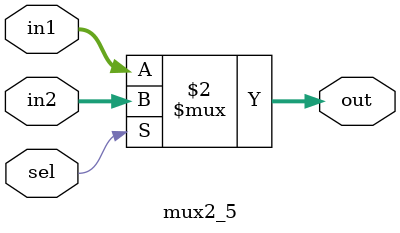
<source format=v>
`timescale 1ns / 1ps

/*
	@brief: 2 to one mux that takes 5-bit inputs and 1 bit select
*/
module mux2_5(out,in1,in2,sel);
	output [4:0] out;
	input [4:0] in1,in2;
	input sel;
	
	assign out = sel==0? in1:in2;

endmodule

</source>
